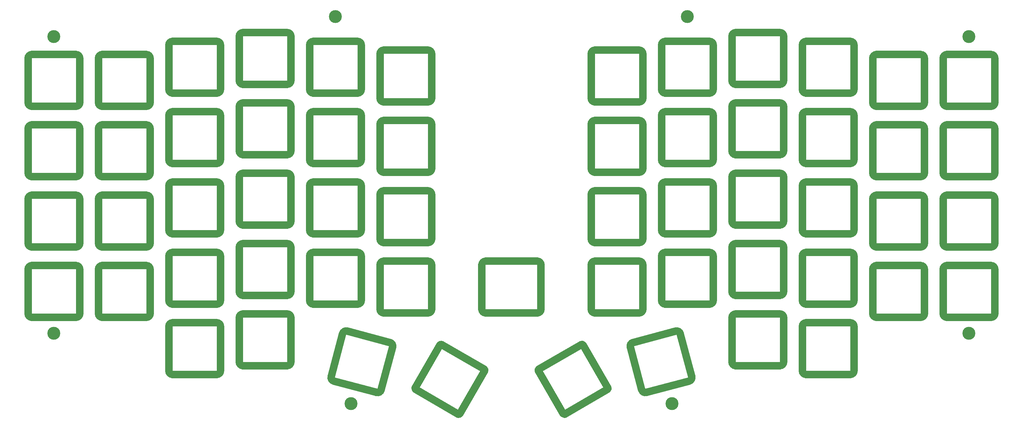
<source format=gbr>
G04 #@! TF.GenerationSoftware,KiCad,Pcbnew,(5.1.4-0)*
G04 #@! TF.CreationDate,2021-11-01T11:32:31-05:00*
G04 #@! TF.ProjectId,top_plate,746f705f-706c-4617-9465-2e6b69636164,rev?*
G04 #@! TF.SameCoordinates,Original*
G04 #@! TF.FileFunction,Soldermask,Top*
G04 #@! TF.FilePolarity,Negative*
%FSLAX46Y46*%
G04 Gerber Fmt 4.6, Leading zero omitted, Abs format (unit mm)*
G04 Created by KiCad (PCBNEW (5.1.4-0)) date 2021-11-01 11:32:31*
%MOMM*%
%LPD*%
G04 APERTURE LIST*
%ADD10C,2.000000*%
%ADD11C,3.500000*%
G04 APERTURE END LIST*
D10*
X327470100Y-83487880D02*
G75*
G02X328470100Y-84487880I0J-1000000D01*
G01*
X328470100Y-96487880D02*
G75*
G02X327470100Y-97487880I-1000000J0D01*
G01*
X315470100Y-97487880D02*
G75*
G02X314470100Y-96487880I0J1000000D01*
G01*
X314470100Y-84487880D02*
G75*
G02X315470100Y-83487880I1000000J0D01*
G01*
X327470100Y-83487880D02*
X315470100Y-83487880D01*
X314470100Y-96487880D02*
X314470100Y-84487880D01*
X315470100Y-97487880D02*
X327470100Y-97487880D01*
X328470100Y-84487880D02*
X328470100Y-96487880D01*
X308420020Y-83487880D02*
G75*
G02X309420020Y-84487880I0J-1000000D01*
G01*
X309420020Y-96487880D02*
G75*
G02X308420020Y-97487880I-1000000J0D01*
G01*
X296420020Y-97487880D02*
G75*
G02X295420020Y-96487880I0J1000000D01*
G01*
X295420020Y-84487880D02*
G75*
G02X296420020Y-83487880I1000000J0D01*
G01*
X308420020Y-83487880D02*
X296420020Y-83487880D01*
X295420020Y-96487880D02*
X295420020Y-84487880D01*
X296420020Y-97487880D02*
X308420020Y-97487880D01*
X309420020Y-84487880D02*
X309420020Y-96487880D01*
X289369940Y-79915990D02*
G75*
G02X290369940Y-80915990I0J-1000000D01*
G01*
X290369940Y-92915990D02*
G75*
G02X289369940Y-93915990I-1000000J0D01*
G01*
X277369940Y-93915990D02*
G75*
G02X276369940Y-92915990I0J1000000D01*
G01*
X276369940Y-80915990D02*
G75*
G02X277369940Y-79915990I1000000J0D01*
G01*
X289369940Y-79915990D02*
X277369940Y-79915990D01*
X276369940Y-92915990D02*
X276369940Y-80915990D01*
X277369940Y-93915990D02*
X289369940Y-93915990D01*
X290369940Y-80915990D02*
X290369940Y-92915990D01*
X270319860Y-77534730D02*
G75*
G02X271319860Y-78534730I0J-1000000D01*
G01*
X271319860Y-90534730D02*
G75*
G02X270319860Y-91534730I-1000000J0D01*
G01*
X258319860Y-91534730D02*
G75*
G02X257319860Y-90534730I0J1000000D01*
G01*
X257319860Y-78534730D02*
G75*
G02X258319860Y-77534730I1000000J0D01*
G01*
X270319860Y-77534730D02*
X258319860Y-77534730D01*
X257319860Y-90534730D02*
X257319860Y-78534730D01*
X258319860Y-91534730D02*
X270319860Y-91534730D01*
X271319860Y-78534730D02*
X271319860Y-90534730D01*
X251269780Y-79915990D02*
G75*
G02X252269780Y-80915990I0J-1000000D01*
G01*
X252269780Y-92915990D02*
G75*
G02X251269780Y-93915990I-1000000J0D01*
G01*
X239269780Y-93915990D02*
G75*
G02X238269780Y-92915990I0J1000000D01*
G01*
X238269780Y-80915990D02*
G75*
G02X239269780Y-79915990I1000000J0D01*
G01*
X251269780Y-79915990D02*
X239269780Y-79915990D01*
X238269780Y-92915990D02*
X238269780Y-80915990D01*
X239269780Y-93915990D02*
X251269780Y-93915990D01*
X252269780Y-80915990D02*
X252269780Y-92915990D01*
X232219700Y-82297250D02*
G75*
G02X233219700Y-83297250I0J-1000000D01*
G01*
X233219700Y-95297250D02*
G75*
G02X232219700Y-96297250I-1000000J0D01*
G01*
X220219700Y-96297250D02*
G75*
G02X219219700Y-95297250I0J1000000D01*
G01*
X219219700Y-83297250D02*
G75*
G02X220219700Y-82297250I1000000J0D01*
G01*
X232219700Y-82297250D02*
X220219700Y-82297250D01*
X219219700Y-95297250D02*
X219219700Y-83297250D01*
X220219700Y-96297250D02*
X232219700Y-96297250D01*
X233219700Y-83297250D02*
X233219700Y-95297250D01*
X175069460Y-82297250D02*
G75*
G02X176069460Y-83297250I0J-1000000D01*
G01*
X176069460Y-95297250D02*
G75*
G02X175069460Y-96297250I-1000000J0D01*
G01*
X163069460Y-96297250D02*
G75*
G02X162069460Y-95297250I0J1000000D01*
G01*
X162069460Y-83297250D02*
G75*
G02X163069460Y-82297250I1000000J0D01*
G01*
X175069460Y-82297250D02*
X163069460Y-82297250D01*
X162069460Y-95297250D02*
X162069460Y-83297250D01*
X163069460Y-96297250D02*
X175069460Y-96297250D01*
X176069460Y-83297250D02*
X176069460Y-95297250D01*
X156019380Y-79915990D02*
G75*
G02X157019380Y-80915990I0J-1000000D01*
G01*
X157019380Y-92915990D02*
G75*
G02X156019380Y-93915990I-1000000J0D01*
G01*
X144019380Y-93915990D02*
G75*
G02X143019380Y-92915990I0J1000000D01*
G01*
X143019380Y-80915990D02*
G75*
G02X144019380Y-79915990I1000000J0D01*
G01*
X156019380Y-79915990D02*
X144019380Y-79915990D01*
X143019380Y-92915990D02*
X143019380Y-80915990D01*
X144019380Y-93915990D02*
X156019380Y-93915990D01*
X157019380Y-80915990D02*
X157019380Y-92915990D01*
X136969300Y-77534730D02*
G75*
G02X137969300Y-78534730I0J-1000000D01*
G01*
X137969300Y-90534730D02*
G75*
G02X136969300Y-91534730I-1000000J0D01*
G01*
X124969300Y-91534730D02*
G75*
G02X123969300Y-90534730I0J1000000D01*
G01*
X123969300Y-78534730D02*
G75*
G02X124969300Y-77534730I1000000J0D01*
G01*
X136969300Y-77534730D02*
X124969300Y-77534730D01*
X123969300Y-90534730D02*
X123969300Y-78534730D01*
X124969300Y-91534730D02*
X136969300Y-91534730D01*
X137969300Y-78534730D02*
X137969300Y-90534730D01*
X117919220Y-79915990D02*
G75*
G02X118919220Y-80915990I0J-1000000D01*
G01*
X118919220Y-92915990D02*
G75*
G02X117919220Y-93915990I-1000000J0D01*
G01*
X105919220Y-93915990D02*
G75*
G02X104919220Y-92915990I0J1000000D01*
G01*
X104919220Y-80915990D02*
G75*
G02X105919220Y-79915990I1000000J0D01*
G01*
X117919220Y-79915990D02*
X105919220Y-79915990D01*
X104919220Y-92915990D02*
X104919220Y-80915990D01*
X105919220Y-93915990D02*
X117919220Y-93915990D01*
X118919220Y-80915990D02*
X118919220Y-92915990D01*
X98869140Y-83487880D02*
G75*
G02X99869140Y-84487880I0J-1000000D01*
G01*
X99869140Y-96487880D02*
G75*
G02X98869140Y-97487880I-1000000J0D01*
G01*
X86869140Y-97487880D02*
G75*
G02X85869140Y-96487880I0J1000000D01*
G01*
X85869140Y-84487880D02*
G75*
G02X86869140Y-83487880I1000000J0D01*
G01*
X98869140Y-83487880D02*
X86869140Y-83487880D01*
X85869140Y-96487880D02*
X85869140Y-84487880D01*
X86869140Y-97487880D02*
X98869140Y-97487880D01*
X99869140Y-84487880D02*
X99869140Y-96487880D01*
X79819060Y-83487880D02*
G75*
G02X80819060Y-84487880I0J-1000000D01*
G01*
X80819060Y-96487880D02*
G75*
G02X79819060Y-97487880I-1000000J0D01*
G01*
X67819060Y-97487880D02*
G75*
G02X66819060Y-96487880I0J1000000D01*
G01*
X66819060Y-84487880D02*
G75*
G02X67819060Y-83487880I1000000J0D01*
G01*
X79819060Y-83487880D02*
X67819060Y-83487880D01*
X66819060Y-96487880D02*
X66819060Y-84487880D01*
X67819060Y-97487880D02*
X79819060Y-97487880D01*
X80819060Y-84487880D02*
X80819060Y-96487880D01*
X289369940Y-156116310D02*
G75*
G02X290369940Y-157116310I0J-1000000D01*
G01*
X290369940Y-169116310D02*
G75*
G02X289369940Y-170116310I-1000000J0D01*
G01*
X277369940Y-170116310D02*
G75*
G02X276369940Y-169116310I0J1000000D01*
G01*
X276369940Y-157116310D02*
G75*
G02X277369940Y-156116310I1000000J0D01*
G01*
X289369940Y-156116310D02*
X277369940Y-156116310D01*
X276369940Y-169116310D02*
X276369940Y-157116310D01*
X277369940Y-170116310D02*
X289369940Y-170116310D01*
X290369940Y-157116310D02*
X290369940Y-169116310D01*
X270319860Y-153735050D02*
G75*
G02X271319860Y-154735050I0J-1000000D01*
G01*
X271319860Y-166735050D02*
G75*
G02X270319860Y-167735050I-1000000J0D01*
G01*
X258319860Y-167735050D02*
G75*
G02X257319860Y-166735050I0J1000000D01*
G01*
X257319860Y-154735050D02*
G75*
G02X258319860Y-153735050I1000000J0D01*
G01*
X270319860Y-153735050D02*
X258319860Y-153735050D01*
X257319860Y-166735050D02*
X257319860Y-154735050D01*
X258319860Y-167735050D02*
X270319860Y-167735050D01*
X271319860Y-154735050D02*
X271319860Y-166735050D01*
X234142178Y-175002595D02*
G75*
G02X232917433Y-174295488I-258819J965926D01*
G01*
X229811605Y-162704378D02*
G75*
G02X230518712Y-161479633I965926J258819D01*
G01*
X242109822Y-158373805D02*
G75*
G02X243334567Y-159080912I258819J-965926D01*
G01*
X246440395Y-170672022D02*
G75*
G02X245733288Y-171896767I-965926J-258819D01*
G01*
X234142178Y-175002595D02*
X245733288Y-171896767D01*
X243334567Y-159080912D02*
X246440395Y-170672022D01*
X242109822Y-158373805D02*
X230518712Y-161479633D01*
X232917433Y-174295488D02*
X229811605Y-162704378D01*
X223615770Y-174162898D02*
X212011030Y-180862898D01*
X223725578Y-173753090D02*
G75*
G02X223615770Y-174162898I-259808J-150000D01*
G01*
X217025578Y-162148350D02*
X223725578Y-173753090D01*
X216615770Y-162038542D02*
G75*
G02X217025578Y-162148350I150000J-259808D01*
G01*
X216615770Y-162038542D02*
X205011030Y-168738542D01*
X204901222Y-169148350D02*
G75*
G02X205011030Y-168738542I259808J150000D01*
G01*
X204901222Y-169148350D02*
X211601222Y-180753090D01*
X183278130Y-180862898D02*
X171673390Y-174162898D01*
X183687938Y-180753090D02*
G75*
G02X183278130Y-180862898I-259808J150000D01*
G01*
X190387938Y-169148350D02*
X183687938Y-180753090D01*
X190278130Y-168738542D02*
G75*
G02X190387938Y-169148350I-150000J-259808D01*
G01*
X190278130Y-168738542D02*
X178673390Y-162038542D01*
X178263582Y-162148350D02*
G75*
G02X178673390Y-162038542I259808J-150000D01*
G01*
X178263582Y-162148350D02*
X171563582Y-173753090D01*
X149555872Y-171896767D02*
G75*
G02X148848765Y-170672022I258819J965926D01*
G01*
X151954593Y-159080912D02*
G75*
G02X153179338Y-158373805I965926J-258819D01*
G01*
X164770448Y-161479633D02*
G75*
G02X165477555Y-162704378I-258819J-965926D01*
G01*
X162371727Y-174295488D02*
G75*
G02X161146982Y-175002595I-965926J258819D01*
G01*
X149555872Y-171896767D02*
X161146982Y-175002595D01*
X165477555Y-162704378D02*
X162371727Y-174295488D01*
X164770448Y-161479633D02*
X153179338Y-158373805D01*
X148848765Y-170672022D02*
X151954593Y-159080912D01*
X136969300Y-153735050D02*
G75*
G02X137969300Y-154735050I0J-1000000D01*
G01*
X137969300Y-166735050D02*
G75*
G02X136969300Y-167735050I-1000000J0D01*
G01*
X124969300Y-167735050D02*
G75*
G02X123969300Y-166735050I0J1000000D01*
G01*
X123969300Y-154735050D02*
G75*
G02X124969300Y-153735050I1000000J0D01*
G01*
X136969300Y-153735050D02*
X124969300Y-153735050D01*
X123969300Y-166735050D02*
X123969300Y-154735050D01*
X124969300Y-167735050D02*
X136969300Y-167735050D01*
X137969300Y-154735050D02*
X137969300Y-166735050D01*
X117919220Y-156116310D02*
G75*
G02X118919220Y-157116310I0J-1000000D01*
G01*
X118919220Y-169116310D02*
G75*
G02X117919220Y-170116310I-1000000J0D01*
G01*
X105919220Y-170116310D02*
G75*
G02X104919220Y-169116310I0J1000000D01*
G01*
X104919220Y-157116310D02*
G75*
G02X105919220Y-156116310I1000000J0D01*
G01*
X117919220Y-156116310D02*
X105919220Y-156116310D01*
X104919220Y-169116310D02*
X104919220Y-157116310D01*
X105919220Y-170116310D02*
X117919220Y-170116310D01*
X118919220Y-157116310D02*
X118919220Y-169116310D01*
X327470100Y-140638120D02*
G75*
G02X328470100Y-141638120I0J-1000000D01*
G01*
X328470100Y-153638120D02*
G75*
G02X327470100Y-154638120I-1000000J0D01*
G01*
X315470100Y-154638120D02*
G75*
G02X314470100Y-153638120I0J1000000D01*
G01*
X314470100Y-141638120D02*
G75*
G02X315470100Y-140638120I1000000J0D01*
G01*
X327470100Y-140638120D02*
X315470100Y-140638120D01*
X314470100Y-153638120D02*
X314470100Y-141638120D01*
X315470100Y-154638120D02*
X327470100Y-154638120D01*
X328470100Y-141638120D02*
X328470100Y-153638120D01*
X308420020Y-140638120D02*
G75*
G02X309420020Y-141638120I0J-1000000D01*
G01*
X309420020Y-153638120D02*
G75*
G02X308420020Y-154638120I-1000000J0D01*
G01*
X296420020Y-154638120D02*
G75*
G02X295420020Y-153638120I0J1000000D01*
G01*
X295420020Y-141638120D02*
G75*
G02X296420020Y-140638120I1000000J0D01*
G01*
X308420020Y-140638120D02*
X296420020Y-140638120D01*
X295420020Y-153638120D02*
X295420020Y-141638120D01*
X296420020Y-154638120D02*
X308420020Y-154638120D01*
X309420020Y-141638120D02*
X309420020Y-153638120D01*
X289369940Y-137066230D02*
G75*
G02X290369940Y-138066230I0J-1000000D01*
G01*
X290369940Y-150066230D02*
G75*
G02X289369940Y-151066230I-1000000J0D01*
G01*
X277369940Y-151066230D02*
G75*
G02X276369940Y-150066230I0J1000000D01*
G01*
X276369940Y-138066230D02*
G75*
G02X277369940Y-137066230I1000000J0D01*
G01*
X289369940Y-137066230D02*
X277369940Y-137066230D01*
X276369940Y-150066230D02*
X276369940Y-138066230D01*
X277369940Y-151066230D02*
X289369940Y-151066230D01*
X290369940Y-138066230D02*
X290369940Y-150066230D01*
X270319860Y-134684970D02*
G75*
G02X271319860Y-135684970I0J-1000000D01*
G01*
X271319860Y-147684970D02*
G75*
G02X270319860Y-148684970I-1000000J0D01*
G01*
X258319860Y-148684970D02*
G75*
G02X257319860Y-147684970I0J1000000D01*
G01*
X257319860Y-135684970D02*
G75*
G02X258319860Y-134684970I1000000J0D01*
G01*
X270319860Y-134684970D02*
X258319860Y-134684970D01*
X257319860Y-147684970D02*
X257319860Y-135684970D01*
X258319860Y-148684970D02*
X270319860Y-148684970D01*
X271319860Y-135684970D02*
X271319860Y-147684970D01*
X251269780Y-137066230D02*
G75*
G02X252269780Y-138066230I0J-1000000D01*
G01*
X252269780Y-150066230D02*
G75*
G02X251269780Y-151066230I-1000000J0D01*
G01*
X239269780Y-151066230D02*
G75*
G02X238269780Y-150066230I0J1000000D01*
G01*
X238269780Y-138066230D02*
G75*
G02X239269780Y-137066230I1000000J0D01*
G01*
X251269780Y-137066230D02*
X239269780Y-137066230D01*
X238269780Y-150066230D02*
X238269780Y-138066230D01*
X239269780Y-151066230D02*
X251269780Y-151066230D01*
X252269780Y-138066230D02*
X252269780Y-150066230D01*
X232219700Y-139447490D02*
G75*
G02X233219700Y-140447490I0J-1000000D01*
G01*
X233219700Y-152447490D02*
G75*
G02X232219700Y-153447490I-1000000J0D01*
G01*
X220219700Y-153447490D02*
G75*
G02X219219700Y-152447490I0J1000000D01*
G01*
X219219700Y-140447490D02*
G75*
G02X220219700Y-139447490I1000000J0D01*
G01*
X232219700Y-139447490D02*
X220219700Y-139447490D01*
X219219700Y-152447490D02*
X219219700Y-140447490D01*
X220219700Y-153447490D02*
X232219700Y-153447490D01*
X233219700Y-140447490D02*
X233219700Y-152447490D01*
X175069460Y-139447490D02*
G75*
G02X176069460Y-140447490I0J-1000000D01*
G01*
X176069460Y-152447490D02*
G75*
G02X175069460Y-153447490I-1000000J0D01*
G01*
X163069460Y-153447490D02*
G75*
G02X162069460Y-152447490I0J1000000D01*
G01*
X162069460Y-140447490D02*
G75*
G02X163069460Y-139447490I1000000J0D01*
G01*
X175069460Y-139447490D02*
X163069460Y-139447490D01*
X162069460Y-152447490D02*
X162069460Y-140447490D01*
X163069460Y-153447490D02*
X175069460Y-153447490D01*
X176069460Y-140447490D02*
X176069460Y-152447490D01*
X156019380Y-137066230D02*
G75*
G02X157019380Y-138066230I0J-1000000D01*
G01*
X157019380Y-150066230D02*
G75*
G02X156019380Y-151066230I-1000000J0D01*
G01*
X144019380Y-151066230D02*
G75*
G02X143019380Y-150066230I0J1000000D01*
G01*
X143019380Y-138066230D02*
G75*
G02X144019380Y-137066230I1000000J0D01*
G01*
X156019380Y-137066230D02*
X144019380Y-137066230D01*
X143019380Y-150066230D02*
X143019380Y-138066230D01*
X144019380Y-151066230D02*
X156019380Y-151066230D01*
X157019380Y-138066230D02*
X157019380Y-150066230D01*
X136969300Y-134684970D02*
G75*
G02X137969300Y-135684970I0J-1000000D01*
G01*
X137969300Y-147684970D02*
G75*
G02X136969300Y-148684970I-1000000J0D01*
G01*
X124969300Y-148684970D02*
G75*
G02X123969300Y-147684970I0J1000000D01*
G01*
X123969300Y-135684970D02*
G75*
G02X124969300Y-134684970I1000000J0D01*
G01*
X136969300Y-134684970D02*
X124969300Y-134684970D01*
X123969300Y-147684970D02*
X123969300Y-135684970D01*
X124969300Y-148684970D02*
X136969300Y-148684970D01*
X137969300Y-135684970D02*
X137969300Y-147684970D01*
X117919220Y-137066230D02*
G75*
G02X118919220Y-138066230I0J-1000000D01*
G01*
X118919220Y-150066230D02*
G75*
G02X117919220Y-151066230I-1000000J0D01*
G01*
X105919220Y-151066230D02*
G75*
G02X104919220Y-150066230I0J1000000D01*
G01*
X104919220Y-138066230D02*
G75*
G02X105919220Y-137066230I1000000J0D01*
G01*
X117919220Y-137066230D02*
X105919220Y-137066230D01*
X104919220Y-150066230D02*
X104919220Y-138066230D01*
X105919220Y-151066230D02*
X117919220Y-151066230D01*
X118919220Y-138066230D02*
X118919220Y-150066230D01*
X98869140Y-140638120D02*
G75*
G02X99869140Y-141638120I0J-1000000D01*
G01*
X99869140Y-153638120D02*
G75*
G02X98869140Y-154638120I-1000000J0D01*
G01*
X86869140Y-154638120D02*
G75*
G02X85869140Y-153638120I0J1000000D01*
G01*
X85869140Y-141638120D02*
G75*
G02X86869140Y-140638120I1000000J0D01*
G01*
X98869140Y-140638120D02*
X86869140Y-140638120D01*
X85869140Y-153638120D02*
X85869140Y-141638120D01*
X86869140Y-154638120D02*
X98869140Y-154638120D01*
X99869140Y-141638120D02*
X99869140Y-153638120D01*
X79819060Y-140638120D02*
G75*
G02X80819060Y-141638120I0J-1000000D01*
G01*
X80819060Y-153638120D02*
G75*
G02X79819060Y-154638120I-1000000J0D01*
G01*
X67819060Y-154638120D02*
G75*
G02X66819060Y-153638120I0J1000000D01*
G01*
X66819060Y-141638120D02*
G75*
G02X67819060Y-140638120I1000000J0D01*
G01*
X79819060Y-140638120D02*
X67819060Y-140638120D01*
X66819060Y-153638120D02*
X66819060Y-141638120D01*
X67819060Y-154638120D02*
X79819060Y-154638120D01*
X80819060Y-141638120D02*
X80819060Y-153638120D01*
X327470100Y-121588040D02*
G75*
G02X328470100Y-122588040I0J-1000000D01*
G01*
X328470100Y-134588040D02*
G75*
G02X327470100Y-135588040I-1000000J0D01*
G01*
X315470100Y-135588040D02*
G75*
G02X314470100Y-134588040I0J1000000D01*
G01*
X314470100Y-122588040D02*
G75*
G02X315470100Y-121588040I1000000J0D01*
G01*
X327470100Y-121588040D02*
X315470100Y-121588040D01*
X314470100Y-134588040D02*
X314470100Y-122588040D01*
X315470100Y-135588040D02*
X327470100Y-135588040D01*
X328470100Y-122588040D02*
X328470100Y-134588040D01*
X308420020Y-121588040D02*
G75*
G02X309420020Y-122588040I0J-1000000D01*
G01*
X309420020Y-134588040D02*
G75*
G02X308420020Y-135588040I-1000000J0D01*
G01*
X296420020Y-135588040D02*
G75*
G02X295420020Y-134588040I0J1000000D01*
G01*
X295420020Y-122588040D02*
G75*
G02X296420020Y-121588040I1000000J0D01*
G01*
X308420020Y-121588040D02*
X296420020Y-121588040D01*
X295420020Y-134588040D02*
X295420020Y-122588040D01*
X296420020Y-135588040D02*
X308420020Y-135588040D01*
X309420020Y-122588040D02*
X309420020Y-134588040D01*
X289369940Y-118016150D02*
G75*
G02X290369940Y-119016150I0J-1000000D01*
G01*
X290369940Y-131016150D02*
G75*
G02X289369940Y-132016150I-1000000J0D01*
G01*
X277369940Y-132016150D02*
G75*
G02X276369940Y-131016150I0J1000000D01*
G01*
X276369940Y-119016150D02*
G75*
G02X277369940Y-118016150I1000000J0D01*
G01*
X289369940Y-118016150D02*
X277369940Y-118016150D01*
X276369940Y-131016150D02*
X276369940Y-119016150D01*
X277369940Y-132016150D02*
X289369940Y-132016150D01*
X290369940Y-119016150D02*
X290369940Y-131016150D01*
X270319860Y-115634890D02*
G75*
G02X271319860Y-116634890I0J-1000000D01*
G01*
X271319860Y-128634890D02*
G75*
G02X270319860Y-129634890I-1000000J0D01*
G01*
X258319860Y-129634890D02*
G75*
G02X257319860Y-128634890I0J1000000D01*
G01*
X257319860Y-116634890D02*
G75*
G02X258319860Y-115634890I1000000J0D01*
G01*
X270319860Y-115634890D02*
X258319860Y-115634890D01*
X257319860Y-128634890D02*
X257319860Y-116634890D01*
X258319860Y-129634890D02*
X270319860Y-129634890D01*
X271319860Y-116634890D02*
X271319860Y-128634890D01*
X251269780Y-118016150D02*
G75*
G02X252269780Y-119016150I0J-1000000D01*
G01*
X252269780Y-131016150D02*
G75*
G02X251269780Y-132016150I-1000000J0D01*
G01*
X239269780Y-132016150D02*
G75*
G02X238269780Y-131016150I0J1000000D01*
G01*
X238269780Y-119016150D02*
G75*
G02X239269780Y-118016150I1000000J0D01*
G01*
X251269780Y-118016150D02*
X239269780Y-118016150D01*
X238269780Y-131016150D02*
X238269780Y-119016150D01*
X239269780Y-132016150D02*
X251269780Y-132016150D01*
X252269780Y-119016150D02*
X252269780Y-131016150D01*
X232219700Y-120397410D02*
G75*
G02X233219700Y-121397410I0J-1000000D01*
G01*
X233219700Y-133397410D02*
G75*
G02X232219700Y-134397410I-1000000J0D01*
G01*
X220219700Y-134397410D02*
G75*
G02X219219700Y-133397410I0J1000000D01*
G01*
X219219700Y-121397410D02*
G75*
G02X220219700Y-120397410I1000000J0D01*
G01*
X232219700Y-120397410D02*
X220219700Y-120397410D01*
X219219700Y-133397410D02*
X219219700Y-121397410D01*
X220219700Y-134397410D02*
X232219700Y-134397410D01*
X233219700Y-121397410D02*
X233219700Y-133397410D01*
X175069460Y-120397410D02*
G75*
G02X176069460Y-121397410I0J-1000000D01*
G01*
X176069460Y-133397410D02*
G75*
G02X175069460Y-134397410I-1000000J0D01*
G01*
X163069460Y-134397410D02*
G75*
G02X162069460Y-133397410I0J1000000D01*
G01*
X162069460Y-121397410D02*
G75*
G02X163069460Y-120397410I1000000J0D01*
G01*
X175069460Y-120397410D02*
X163069460Y-120397410D01*
X162069460Y-133397410D02*
X162069460Y-121397410D01*
X163069460Y-134397410D02*
X175069460Y-134397410D01*
X176069460Y-121397410D02*
X176069460Y-133397410D01*
X156019380Y-118016150D02*
G75*
G02X157019380Y-119016150I0J-1000000D01*
G01*
X157019380Y-131016150D02*
G75*
G02X156019380Y-132016150I-1000000J0D01*
G01*
X144019380Y-132016150D02*
G75*
G02X143019380Y-131016150I0J1000000D01*
G01*
X143019380Y-119016150D02*
G75*
G02X144019380Y-118016150I1000000J0D01*
G01*
X156019380Y-118016150D02*
X144019380Y-118016150D01*
X143019380Y-131016150D02*
X143019380Y-119016150D01*
X144019380Y-132016150D02*
X156019380Y-132016150D01*
X157019380Y-119016150D02*
X157019380Y-131016150D01*
X136969300Y-115634890D02*
G75*
G02X137969300Y-116634890I0J-1000000D01*
G01*
X137969300Y-128634890D02*
G75*
G02X136969300Y-129634890I-1000000J0D01*
G01*
X124969300Y-129634890D02*
G75*
G02X123969300Y-128634890I0J1000000D01*
G01*
X123969300Y-116634890D02*
G75*
G02X124969300Y-115634890I1000000J0D01*
G01*
X136969300Y-115634890D02*
X124969300Y-115634890D01*
X123969300Y-128634890D02*
X123969300Y-116634890D01*
X124969300Y-129634890D02*
X136969300Y-129634890D01*
X137969300Y-116634890D02*
X137969300Y-128634890D01*
X117919220Y-118016150D02*
G75*
G02X118919220Y-119016150I0J-1000000D01*
G01*
X118919220Y-131016150D02*
G75*
G02X117919220Y-132016150I-1000000J0D01*
G01*
X105919220Y-132016150D02*
G75*
G02X104919220Y-131016150I0J1000000D01*
G01*
X104919220Y-119016150D02*
G75*
G02X105919220Y-118016150I1000000J0D01*
G01*
X117919220Y-118016150D02*
X105919220Y-118016150D01*
X104919220Y-131016150D02*
X104919220Y-119016150D01*
X105919220Y-132016150D02*
X117919220Y-132016150D01*
X118919220Y-119016150D02*
X118919220Y-131016150D01*
X98869140Y-121588040D02*
G75*
G02X99869140Y-122588040I0J-1000000D01*
G01*
X99869140Y-134588040D02*
G75*
G02X98869140Y-135588040I-1000000J0D01*
G01*
X86869140Y-135588040D02*
G75*
G02X85869140Y-134588040I0J1000000D01*
G01*
X85869140Y-122588040D02*
G75*
G02X86869140Y-121588040I1000000J0D01*
G01*
X98869140Y-121588040D02*
X86869140Y-121588040D01*
X85869140Y-134588040D02*
X85869140Y-122588040D01*
X86869140Y-135588040D02*
X98869140Y-135588040D01*
X99869140Y-122588040D02*
X99869140Y-134588040D01*
X79819060Y-121588040D02*
G75*
G02X80819060Y-122588040I0J-1000000D01*
G01*
X80819060Y-134588040D02*
G75*
G02X79819060Y-135588040I-1000000J0D01*
G01*
X67819060Y-135588040D02*
G75*
G02X66819060Y-134588040I0J1000000D01*
G01*
X66819060Y-122588040D02*
G75*
G02X67819060Y-121588040I1000000J0D01*
G01*
X79819060Y-121588040D02*
X67819060Y-121588040D01*
X66819060Y-134588040D02*
X66819060Y-122588040D01*
X67819060Y-135588040D02*
X79819060Y-135588040D01*
X80819060Y-122588040D02*
X80819060Y-134588040D01*
X327470100Y-102537960D02*
G75*
G02X328470100Y-103537960I0J-1000000D01*
G01*
X328470100Y-115537960D02*
G75*
G02X327470100Y-116537960I-1000000J0D01*
G01*
X315470100Y-116537960D02*
G75*
G02X314470100Y-115537960I0J1000000D01*
G01*
X314470100Y-103537960D02*
G75*
G02X315470100Y-102537960I1000000J0D01*
G01*
X327470100Y-102537960D02*
X315470100Y-102537960D01*
X314470100Y-115537960D02*
X314470100Y-103537960D01*
X315470100Y-116537960D02*
X327470100Y-116537960D01*
X328470100Y-103537960D02*
X328470100Y-115537960D01*
X308420020Y-102537960D02*
G75*
G02X309420020Y-103537960I0J-1000000D01*
G01*
X309420020Y-115537960D02*
G75*
G02X308420020Y-116537960I-1000000J0D01*
G01*
X296420020Y-116537960D02*
G75*
G02X295420020Y-115537960I0J1000000D01*
G01*
X295420020Y-103537960D02*
G75*
G02X296420020Y-102537960I1000000J0D01*
G01*
X308420020Y-102537960D02*
X296420020Y-102537960D01*
X295420020Y-115537960D02*
X295420020Y-103537960D01*
X296420020Y-116537960D02*
X308420020Y-116537960D01*
X309420020Y-103537960D02*
X309420020Y-115537960D01*
X289369940Y-98966070D02*
G75*
G02X290369940Y-99966070I0J-1000000D01*
G01*
X290369940Y-111966070D02*
G75*
G02X289369940Y-112966070I-1000000J0D01*
G01*
X277369940Y-112966070D02*
G75*
G02X276369940Y-111966070I0J1000000D01*
G01*
X276369940Y-99966070D02*
G75*
G02X277369940Y-98966070I1000000J0D01*
G01*
X289369940Y-98966070D02*
X277369940Y-98966070D01*
X276369940Y-111966070D02*
X276369940Y-99966070D01*
X277369940Y-112966070D02*
X289369940Y-112966070D01*
X290369940Y-99966070D02*
X290369940Y-111966070D01*
X270319860Y-96584810D02*
G75*
G02X271319860Y-97584810I0J-1000000D01*
G01*
X271319860Y-109584810D02*
G75*
G02X270319860Y-110584810I-1000000J0D01*
G01*
X258319860Y-110584810D02*
G75*
G02X257319860Y-109584810I0J1000000D01*
G01*
X257319860Y-97584810D02*
G75*
G02X258319860Y-96584810I1000000J0D01*
G01*
X270319860Y-96584810D02*
X258319860Y-96584810D01*
X257319860Y-109584810D02*
X257319860Y-97584810D01*
X258319860Y-110584810D02*
X270319860Y-110584810D01*
X271319860Y-97584810D02*
X271319860Y-109584810D01*
X251269780Y-98966070D02*
G75*
G02X252269780Y-99966070I0J-1000000D01*
G01*
X252269780Y-111966070D02*
G75*
G02X251269780Y-112966070I-1000000J0D01*
G01*
X239269780Y-112966070D02*
G75*
G02X238269780Y-111966070I0J1000000D01*
G01*
X238269780Y-99966070D02*
G75*
G02X239269780Y-98966070I1000000J0D01*
G01*
X251269780Y-98966070D02*
X239269780Y-98966070D01*
X238269780Y-111966070D02*
X238269780Y-99966070D01*
X239269780Y-112966070D02*
X251269780Y-112966070D01*
X252269780Y-99966070D02*
X252269780Y-111966070D01*
X232219700Y-101347330D02*
G75*
G02X233219700Y-102347330I0J-1000000D01*
G01*
X233219700Y-114347330D02*
G75*
G02X232219700Y-115347330I-1000000J0D01*
G01*
X220219700Y-115347330D02*
G75*
G02X219219700Y-114347330I0J1000000D01*
G01*
X219219700Y-102347330D02*
G75*
G02X220219700Y-101347330I1000000J0D01*
G01*
X232219700Y-101347330D02*
X220219700Y-101347330D01*
X219219700Y-114347330D02*
X219219700Y-102347330D01*
X220219700Y-115347330D02*
X232219700Y-115347330D01*
X233219700Y-102347330D02*
X233219700Y-114347330D01*
X175069460Y-101347330D02*
G75*
G02X176069460Y-102347330I0J-1000000D01*
G01*
X176069460Y-114347330D02*
G75*
G02X175069460Y-115347330I-1000000J0D01*
G01*
X163069460Y-115347330D02*
G75*
G02X162069460Y-114347330I0J1000000D01*
G01*
X162069460Y-102347330D02*
G75*
G02X163069460Y-101347330I1000000J0D01*
G01*
X175069460Y-101347330D02*
X163069460Y-101347330D01*
X162069460Y-114347330D02*
X162069460Y-102347330D01*
X163069460Y-115347330D02*
X175069460Y-115347330D01*
X176069460Y-102347330D02*
X176069460Y-114347330D01*
X156019380Y-98966070D02*
G75*
G02X157019380Y-99966070I0J-1000000D01*
G01*
X157019380Y-111966070D02*
G75*
G02X156019380Y-112966070I-1000000J0D01*
G01*
X144019380Y-112966070D02*
G75*
G02X143019380Y-111966070I0J1000000D01*
G01*
X143019380Y-99966070D02*
G75*
G02X144019380Y-98966070I1000000J0D01*
G01*
X156019380Y-98966070D02*
X144019380Y-98966070D01*
X143019380Y-111966070D02*
X143019380Y-99966070D01*
X144019380Y-112966070D02*
X156019380Y-112966070D01*
X157019380Y-99966070D02*
X157019380Y-111966070D01*
X136969300Y-96584810D02*
G75*
G02X137969300Y-97584810I0J-1000000D01*
G01*
X137969300Y-109584810D02*
G75*
G02X136969300Y-110584810I-1000000J0D01*
G01*
X124969300Y-110584810D02*
G75*
G02X123969300Y-109584810I0J1000000D01*
G01*
X123969300Y-97584810D02*
G75*
G02X124969300Y-96584810I1000000J0D01*
G01*
X136969300Y-96584810D02*
X124969300Y-96584810D01*
X123969300Y-109584810D02*
X123969300Y-97584810D01*
X124969300Y-110584810D02*
X136969300Y-110584810D01*
X137969300Y-97584810D02*
X137969300Y-109584810D01*
X117919220Y-98966070D02*
G75*
G02X118919220Y-99966070I0J-1000000D01*
G01*
X118919220Y-111966070D02*
G75*
G02X117919220Y-112966070I-1000000J0D01*
G01*
X105919220Y-112966070D02*
G75*
G02X104919220Y-111966070I0J1000000D01*
G01*
X104919220Y-99966070D02*
G75*
G02X105919220Y-98966070I1000000J0D01*
G01*
X117919220Y-98966070D02*
X105919220Y-98966070D01*
X104919220Y-111966070D02*
X104919220Y-99966070D01*
X105919220Y-112966070D02*
X117919220Y-112966070D01*
X118919220Y-99966070D02*
X118919220Y-111966070D01*
X98869140Y-102537960D02*
G75*
G02X99869140Y-103537960I0J-1000000D01*
G01*
X99869140Y-115537960D02*
G75*
G02X98869140Y-116537960I-1000000J0D01*
G01*
X86869140Y-116537960D02*
G75*
G02X85869140Y-115537960I0J1000000D01*
G01*
X85869140Y-103537960D02*
G75*
G02X86869140Y-102537960I1000000J0D01*
G01*
X98869140Y-102537960D02*
X86869140Y-102537960D01*
X85869140Y-115537960D02*
X85869140Y-103537960D01*
X86869140Y-116537960D02*
X98869140Y-116537960D01*
X99869140Y-103537960D02*
X99869140Y-115537960D01*
X79819060Y-102537960D02*
G75*
G02X80819060Y-103537960I0J-1000000D01*
G01*
X80819060Y-115537960D02*
G75*
G02X79819060Y-116537960I-1000000J0D01*
G01*
X67819060Y-116537960D02*
G75*
G02X66819060Y-115537960I0J1000000D01*
G01*
X66819060Y-103537960D02*
G75*
G02X67819060Y-102537960I1000000J0D01*
G01*
X79819060Y-102537960D02*
X67819060Y-102537960D01*
X66819060Y-115537960D02*
X66819060Y-103537960D01*
X67819060Y-116537960D02*
X79819060Y-116537960D01*
X80819060Y-103537960D02*
X80819060Y-115537960D01*
X204644580Y-139447085D02*
G75*
G02X205644580Y-140447085I0J-1000000D01*
G01*
X205644580Y-152447085D02*
G75*
G02X204644580Y-153447085I-1000000J0D01*
G01*
X190644580Y-153447085D02*
G75*
G02X189644580Y-152447085I0J1000000D01*
G01*
X189644580Y-140447085D02*
G75*
G02X190644580Y-139447085I1000000J0D01*
G01*
X204644580Y-139447085D02*
X190644580Y-139447085D01*
X189644580Y-152447085D02*
X189644580Y-140447085D01*
X190644580Y-153447085D02*
X204644580Y-153447085D01*
X205644580Y-140447085D02*
X205644580Y-152447085D01*
D11*
X73819060Y-78581485D03*
X73820040Y-158948739D03*
X150019380Y-73223743D03*
X154187295Y-177998755D03*
X245269780Y-73223743D03*
X241102993Y-177998755D03*
X321470256Y-78581436D03*
X321470100Y-158948675D03*
M02*

</source>
